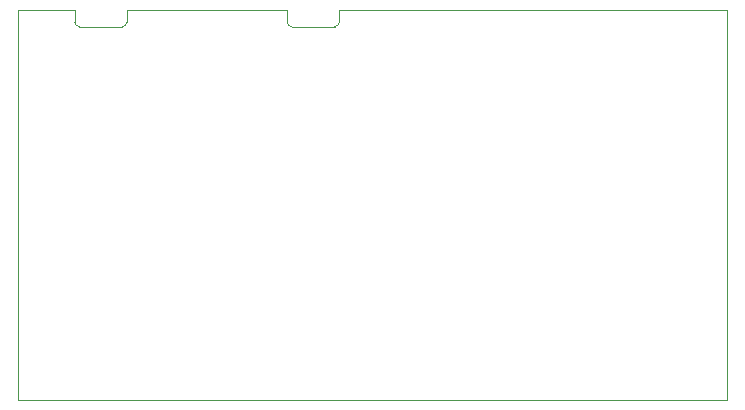
<source format=gbr>
%TF.GenerationSoftware,KiCad,Pcbnew,8.0.3*%
%TF.CreationDate,2024-06-27T15:05:59+01:00*%
%TF.ProjectId,KorgVolcaMIDI,4b6f7267-566f-46c6-9361-4d4944492e6b,rev?*%
%TF.SameCoordinates,Original*%
%TF.FileFunction,Profile,NP*%
%FSLAX46Y46*%
G04 Gerber Fmt 4.6, Leading zero omitted, Abs format (unit mm)*
G04 Created by KiCad (PCBNEW 8.0.3) date 2024-06-27 15:05:59*
%MOMM*%
%LPD*%
G01*
G04 APERTURE LIST*
%TA.AperFunction,Profile*%
%ADD10C,0.050000*%
%TD*%
%TA.AperFunction,Profile*%
%ADD11C,0.120000*%
%TD*%
G04 APERTURE END LIST*
D10*
X160000000Y-50000000D02*
X131500000Y-50000000D01*
X160000000Y-50000000D02*
X160000000Y-83000000D01*
X100000000Y-83000000D02*
X160000000Y-83000000D01*
X113500000Y-50000000D02*
X118500000Y-50000000D01*
X100000000Y-50000000D02*
X100500000Y-50000000D01*
X100000000Y-50000000D02*
X100000000Y-83000000D01*
D11*
%TO.C,J3*%
X105200000Y-51400000D02*
G75*
G02*
X104800000Y-51000000I0J400000D01*
G01*
X109200000Y-51000000D02*
G75*
G02*
X108800000Y-51400000I-400002J2D01*
G01*
X104800000Y-50000000D02*
X100500000Y-50000000D01*
X104800000Y-51000000D02*
X104800000Y-50000000D01*
X105200000Y-51400000D02*
X108800000Y-51400000D01*
X109200000Y-50000000D02*
X113500000Y-50000000D01*
X109200000Y-51000000D02*
X109200000Y-50000000D01*
%TO.C,J2*%
X127200000Y-51000000D02*
X127200000Y-50000000D01*
X127200000Y-50000000D02*
X131500000Y-50000000D01*
X123200000Y-51400000D02*
X126800000Y-51400000D01*
X122800000Y-51000000D02*
X122800000Y-50000000D01*
X122800000Y-50000000D02*
X118500000Y-50000000D01*
X127200000Y-51000000D02*
G75*
G02*
X126800000Y-51400000I-400002J2D01*
G01*
X123200000Y-51400000D02*
G75*
G02*
X122800000Y-51000000I0J400000D01*
G01*
%TD*%
M02*

</source>
